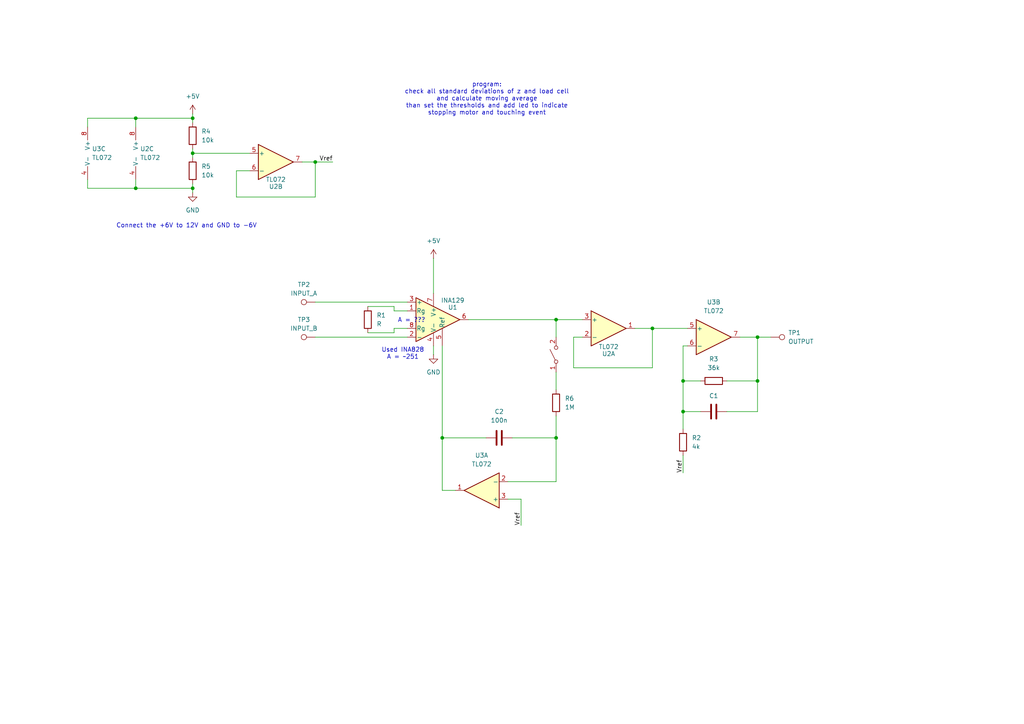
<source format=kicad_sch>
(kicad_sch (version 20250114) (generator "eeschema") (generator_version "9.0")
  (paper "A4")
  (lib_symbols
    (symbol "Amplifier_Instrumentation:INA129" (pin_names (offset 0.127))
      (property "Reference" "U" (at 3.81 3.175 0))
      (property "Value" "INA129" (at 3.81 -3.175 0))
      (symbol "INA129_0_1"
        (polyline (pts (xy 7.62 0) (xy -5.08 6.35) (xy -5.08 -6.35) (xy 7.62 0)) (stroke (width 0.254)) (fill (type background)))
      )
      (symbol "INA129_1_1"
        (pin input line (at -7.62 5.08 0) (length 2.54) (name "+") (number "3"))
        (pin passive line (at -7.62 2.54 0) (length 2.54) (name "Rg") (number "1"))
        (pin passive line (at -7.62 -2.54 0) (length 2.54) (name "Rg") (number "8"))
        (pin input line (at -7.62 -5.08 0) (length 2.54) (name "-") (number "2"))
        (pin power_in line (at 0 7.62 270) (length 3.81) (name "V+") (number "7"))
        (pin power_in line (at 0 -7.62 90) (length 3.81) (name "V-") (number "4"))
        (pin input line (at 2.54 -7.62 90) (length 5.08) (name "Ref") (number "5"))
        (pin output line (at 10.16 0 180) (length 2.54) (name "~") (number "6"))
      )
    )
    (symbol "Amplifier_Operational:TL072" (pin_names (offset 0.127))
      (property "Reference" "U" (at 0 5.08 0))
      (property "Value" "TL072" (at 0 -5.08 0))
      (symbol "TL072_1_1"
        (polyline (pts (xy -5.08 5.08) (xy 5.08 0) (xy -5.08 -5.08) (xy -5.08 5.08)) (stroke (width 0.254)) (fill (type background)))
        (pin input line (at -7.62 2.54 0) (length 2.54) (name "+") (number "3"))
        (pin input line (at -7.62 -2.54 0) (length 2.54) (name "-") (number "2"))
        (pin output line (at 7.62 0 180) (length 2.54) (name "~") (number "1"))
      )
      (symbol "TL072_2_1"
        (polyline (pts (xy -5.08 5.08) (xy 5.08 0) (xy -5.08 -5.08) (xy -5.08 5.08)) (stroke (width 0.254)) (fill (type background)))
        (pin input line (at -7.62 2.54 0) (length 2.54) (name "+") (number "5"))
        (pin input line (at -7.62 -2.54 0) (length 2.54) (name "-") (number "6"))
        (pin output line (at 7.62 0 180) (length 2.54) (name "~") (number "7"))
      )
      (symbol "TL072_3_1"
        (pin power_in line (at -2.54 7.62 270) (length 3.81) (name "V+") (number "8"))
        (pin power_in line (at -2.54 -7.62 90) (length 3.81) (name "V-") (number "4"))
      )
    )
    (symbol "Connector:TestPoint" (pin_numbers (hide yes)) (pin_names (offset 0.762) (hide yes))
      (property "Reference" "TP" (at 0 6.858 0))
      (property "Value" "TestPoint" (at 0 5.08 0))
      (symbol "TestPoint_0_1"
        (circle (center 0 3.302) (radius 0.762))
      )
      (symbol "TestPoint_1_1"
        (pin passive line (at 0 0 90) (length 2.54) (name "1") (number "1"))
      )
    )
    (symbol "Device:C" (pin_numbers (hide yes)) (pin_names (offset 0.254))
      (property "Reference" "C" (at 0.635 2.54 0))
      (property "Value" "C" (at 0.635 -2.54 0))
      (symbol "C_0_1"
        (polyline (pts (xy -2.032 0.762) (xy 2.032 0.762)) (stroke (width 0.508)))
        (polyline (pts (xy -2.032 -0.762) (xy 2.032 -0.762)) (stroke (width 0.508)))
      )
      (symbol "C_1_1"
        (pin passive line (at 0 3.81 270) (length 2.794) (name "~") (number "1"))
        (pin passive line (at 0 -3.81 90) (length 2.794) (name "~") (number "2"))
      )
    )
    (symbol "Device:R" (pin_numbers (hide yes)) (pin_names (offset 0))
      (property "Reference" "R" (at 2.032 0 90))
      (property "Value" "R" (at 0 0 90))
      (symbol "R_0_1"
        (rectangle (start -1.016 -2.54) (end 1.016 2.54) (stroke (width 0.254)))
      )
      (symbol "R_1_1"
        (pin passive line (at 0 3.81 270) (length 1.27) (name "~") (number "1"))
        (pin passive line (at 0 -3.81 90) (length 1.27) (name "~") (number "2"))
      )
    )
    (symbol "Switch:SW_DPST_x2" (pin_names (offset 0) (hide yes))
      (property "Reference" "SW" (at 0 3.175 0))
      (property "Value" "SW_DPST_x2" (at 0 -2.54 0))
      (symbol "SW_DPST_x2_0_0"
        (circle (center -2.032 0) (radius 0.508))
        (polyline (pts (xy -1.524 0.254) (xy 1.524 1.778)))
        (circle (center 2.032 0) (radius 0.508))
      )
      (symbol "SW_DPST_x2_1_1"
        (pin passive line (at -5.08 0 0) (length 2.54) (name "A") (number "1"))
        (pin passive line (at 5.08 0 180) (length 2.54) (name "B") (number "2"))
      )
      (symbol "SW_DPST_x2_2_1"
        (pin passive line (at -5.08 0 0) (length 2.54) (name "A") (number "3"))
        (pin passive line (at 5.08 0 180) (length 2.54) (name "B") (number "4"))
      )
    )
    (symbol "power:+5V" (power) (pin_numbers (hide yes)) (pin_names (offset 0) (hide yes))
      (property "Value" "+5V" (at 0 3.556 0))
      (symbol "+5V_0_1"
        (polyline (pts (xy -0.762 1.27) (xy 0 2.54)))
        (polyline (pts (xy 0 2.54) (xy 0.762 1.27)))
        (polyline (pts (xy 0 0) (xy 0 2.54)))
      )
      (symbol "+5V_1_1"
        (pin power_in line (at 0 0 90) (length 0) (name "~") (number "1"))
      )
    )
    (symbol "power:GND" (power) (pin_numbers (hide yes)) (pin_names (offset 0) (hide yes))
      (property "Value" "GND" (at 0 -3.81 0))
      (symbol "GND_0_1"
        (polyline (pts (xy 0 0) (xy 0 -1.27) (xy 1.27 -1.27) (xy 0 -2.54) (xy -1.27 -1.27) (xy 0 -1.27)))
      )
      (symbol "GND_1_1"
        (pin power_in line (at 0 0 270) (length 0) (name "~") (number "1"))
      )
    )
  )
  (text "program:\ncheck all standard deviations of z and load cell\nand calculate moving average\nthan set the thresholds and add led to indicate\nstopping motor and touching event" (at 141.224 28.702 0) (effects (font (size 1.27 1.27))))
  (text "A = ???" (at 119.38 92.964 0) (effects (font (size 1.27 1.27))))
  (text "Connect the +6V to 12V and GND to -6V" (at 54.102 65.532 0) (effects (font (size 1.27 1.27))))
  (text "Used INA828\nA = ~251" (at 116.84 102.616 0) (effects (font (size 1.27 1.27))))
  (junction (at 219.71 97.79))
  (junction (at 198.12 119.38))
  (junction (at 39.37 54.61))
  (junction (at 55.88 44.45))
  (junction (at 161.29 127))
  (junction (at 161.29 92.71))
  (junction (at 55.88 34.29))
  (junction (at 219.71 110.49))
  (junction (at 198.12 110.49))
  (junction (at 91.44 46.99))
  (junction (at 189.23 95.25))
  (junction (at 55.88 54.61))
  (junction (at 39.37 34.29))
  (junction (at 128.27 127))
  (wire (pts (xy 147.32 139.7) (xy 161.29 139.7)))
  (wire (pts (xy 128.27 100.33) (xy 128.27 127)))
  (wire (pts (xy 55.88 34.29) (xy 55.88 35.56)))
  (wire (pts (xy 161.29 92.71) (xy 161.29 97.79)))
  (wire (pts (xy 189.23 95.25) (xy 199.39 95.25)))
  (wire (pts (xy 55.88 44.45) (xy 55.88 45.72)))
  (wire (pts (xy 198.12 119.38) (xy 198.12 110.49)))
  (wire (pts (xy 91.44 87.63) (xy 118.11 87.63)))
  (wire (pts (xy 161.29 107.95) (xy 161.29 113.03)))
  (wire (pts (xy 118.11 95.25) (xy 114.3 95.25)))
  (wire (pts (xy 39.37 36.83) (xy 39.37 34.29)))
  (wire (pts (xy 189.23 106.68) (xy 189.23 95.25)))
  (wire (pts (xy 198.12 100.33) (xy 199.39 100.33)))
  (wire (pts (xy 68.58 49.53) (xy 68.58 57.15)))
  (wire (pts (xy 166.37 97.79) (xy 166.37 106.68)))
  (wire (pts (xy 161.29 120.65) (xy 161.29 127)))
  (wire (pts (xy 72.39 49.53) (xy 68.58 49.53)))
  (wire (pts (xy 168.91 97.79) (xy 166.37 97.79)))
  (wire (pts (xy 148.59 127) (xy 161.29 127)))
  (wire (pts (xy 55.88 54.61) (xy 55.88 55.88)))
  (wire (pts (xy 151.13 144.78) (xy 151.13 152.4)))
  (wire (pts (xy 161.29 92.71) (xy 168.91 92.71)))
  (wire (pts (xy 198.12 132.08) (xy 198.12 137.16)))
  (wire (pts (xy 198.12 119.38) (xy 203.2 119.38)))
  (wire (pts (xy 68.58 57.15) (xy 91.44 57.15)))
  (wire (pts (xy 161.29 127) (xy 161.29 139.7)))
  (wire (pts (xy 189.23 95.25) (xy 184.15 95.25)))
  (wire (pts (xy 219.71 97.79) (xy 214.63 97.79)))
  (wire (pts (xy 55.88 53.34) (xy 55.88 54.61)))
  (wire (pts (xy 87.63 46.99) (xy 91.44 46.99)))
  (wire (pts (xy 39.37 54.61) (xy 55.88 54.61)))
  (wire (pts (xy 114.3 95.25) (xy 114.3 96.52)))
  (wire (pts (xy 55.88 43.18) (xy 55.88 44.45)))
  (wire (pts (xy 166.37 106.68) (xy 189.23 106.68)))
  (wire (pts (xy 114.3 88.9) (xy 114.3 90.17)))
  (wire (pts (xy 132.08 142.24) (xy 128.27 142.24)))
  (wire (pts (xy 55.88 44.45) (xy 72.39 44.45)))
  (wire (pts (xy 25.4 52.07) (xy 25.4 54.61)))
  (wire (pts (xy 55.88 33.02) (xy 55.88 34.29)))
  (wire (pts (xy 198.12 110.49) (xy 198.12 100.33)))
  (wire (pts (xy 39.37 34.29) (xy 55.88 34.29)))
  (wire (pts (xy 91.44 46.99) (xy 96.52 46.99)))
  (wire (pts (xy 219.71 110.49) (xy 219.71 97.79)))
  (wire (pts (xy 114.3 96.52) (xy 106.68 96.52)))
  (wire (pts (xy 25.4 36.83) (xy 25.4 34.29)))
  (wire (pts (xy 91.44 57.15) (xy 91.44 46.99)))
  (wire (pts (xy 210.82 119.38) (xy 219.71 119.38)))
  (wire (pts (xy 198.12 110.49) (xy 203.2 110.49)))
  (wire (pts (xy 128.27 127) (xy 128.27 142.24)))
  (wire (pts (xy 147.32 144.78) (xy 151.13 144.78)))
  (wire (pts (xy 25.4 34.29) (xy 39.37 34.29)))
  (wire (pts (xy 106.68 88.9) (xy 114.3 88.9)))
  (wire (pts (xy 125.73 74.93) (xy 125.73 85.09)))
  (wire (pts (xy 39.37 52.07) (xy 39.37 54.61)))
  (wire (pts (xy 198.12 124.46) (xy 198.12 119.38)))
  (wire (pts (xy 210.82 110.49) (xy 219.71 110.49)))
  (wire (pts (xy 135.89 92.71) (xy 161.29 92.71)))
  (wire (pts (xy 219.71 97.79) (xy 223.52 97.79)))
  (wire (pts (xy 91.44 97.79) (xy 118.11 97.79)))
  (wire (pts (xy 25.4 54.61) (xy 39.37 54.61)))
  (wire (pts (xy 219.71 119.38) (xy 219.71 110.49)))
  (wire (pts (xy 125.73 100.33) (xy 125.73 102.87)))
  (wire (pts (xy 114.3 90.17) (xy 118.11 90.17)))
  (wire (pts (xy 128.27 127) (xy 140.97 127)))
  (label "Vref" (at 198.12 137.16 90))
  (label "Vref" (at 96.52 46.99 180))
  (label "Vref" (at 151.13 152.4 90))
  (symbol (lib_id "Device:R") (at 207.01 110.49 90) (unit 1)
    (property "Reference" "R3" (at 207.01 104.14 90))
    (property "Value" "36k" (at 207.01 106.68 90))
    (property "Description" "Resistor" (effects (hide yes)))
  )
  (symbol (lib_id "Amplifier_Operational:TL072") (at 27.94 44.45 0) (unit 3)
    (property "Reference" "U3" (at 26.67 43.1799 0) (effects (justify left)))
    (property "Value" "TL072" (at 26.67 45.7199 0) (effects (justify left)))
    (property "Datasheet" "http://www.ti.com/lit/ds/symlink/tl071.pdf" (effects (hide yes)))
    (property "Description" "Dual Low-Noise JFET-Input Operational Amplifiers, DIP-8/SOIC-8" (effects (hide yes)))
  )
  (symbol (lib_id "Amplifier_Instrumentation:INA129") (at 125.73 92.71 0) (unit 1)
    (property "Reference" "U1" (at 131.318 89.154 0))
    (property "Value" "INA129" (at 131.318 87.122 0))
    (property "Datasheet" "http://www.ti.com/lit/ds/symlink/ina128.pdf" (effects (hide yes)))
    (property "Description" "Precision, Low Power Instrumentation Amplifier G = 1 + 49.4kOhm/Rg, DIP-8/SOIC-8" (effects (hide yes)))
  )
  (symbol (lib_id "Amplifier_Operational:TL072") (at 176.53 95.25 0) (unit 1)
    (property "Reference" "U2" (at 176.53 102.616 0))
    (property "Value" "TL072" (at 176.53 100.584 0))
    (property "Datasheet" "http://www.ti.com/lit/ds/symlink/tl071.pdf" (effects (hide yes)))
    (property "Description" "Dual Low-Noise JFET-Input Operational Amplifiers, DIP-8/SOIC-8" (effects (hide yes)))
  )
  (symbol (lib_id "Connector:TestPoint") (at 91.44 97.79 90) (unit 1)
    (property "Reference" "TP3" (at 88.138 92.71 90))
    (property "Value" "INPUT_B" (at 88.138 95.25 90))
    (property "Description" "test point" (effects (hide yes)))
  )
  (symbol (lib_id "Amplifier_Operational:TL072") (at 207.01 97.79 0) (unit 2)
    (property "Reference" "U3" (at 207.01 87.63 0))
    (property "Value" "TL072" (at 207.01 90.17 0))
    (property "Datasheet" "http://www.ti.com/lit/ds/symlink/tl071.pdf" (effects (hide yes)))
    (property "Description" "Dual Low-Noise JFET-Input Operational Amplifiers, DIP-8/SOIC-8" (effects (hide yes)))
  )
  (symbol (lib_id "Device:C") (at 144.78 127 90) (unit 1)
    (property "Reference" "C2" (at 144.78 119.38 90))
    (property "Value" "100n" (at 144.78 121.92 90))
    (property "Description" "Unpolarized capacitor" (effects (hide yes)))
  )
  (symbol (lib_id "power:GND") (at 55.88 55.88 0) (unit 1)
    (property "Reference" "#PWR05" (effects (hide yes)))
    (property "Value" "GND" (at 55.88 60.96 0))
    (property "Description" "Power symbol creates a global label with name \"GND\" , ground" (effects (hide yes)))
  )
  (symbol (lib_id "Device:R") (at 161.29 116.84 0) (unit 1)
    (property "Reference" "R6" (at 163.83 115.5699 0) (effects (justify left)))
    (property "Value" "1M" (at 163.83 118.1099 0) (effects (justify left)))
    (property "Description" "Resistor" (effects (hide yes)))
  )
  (symbol (lib_id "Amplifier_Operational:TL072") (at 41.91 44.45 0) (unit 3)
    (property "Reference" "U2" (at 40.64 43.1799 0) (effects (justify left)))
    (property "Value" "TL072" (at 40.64 45.7199 0) (effects (justify left)))
    (property "Datasheet" "http://www.ti.com/lit/ds/symlink/tl071.pdf" (effects (hide yes)))
    (property "Description" "Dual Low-Noise JFET-Input Operational Amplifiers, DIP-8/SOIC-8" (effects (hide yes)))
  )
  (symbol (lib_id "Device:R") (at 55.88 49.53 180) (unit 1)
    (property "Reference" "R5" (at 58.42 48.2599 0) (effects (justify right)))
    (property "Value" "10k" (at 58.42 50.7999 0) (effects (justify right)))
    (property "Description" "Resistor" (effects (hide yes)))
  )
  (symbol (lib_id "Device:R") (at 106.68 92.71 0) (unit 1)
    (property "Reference" "R1" (at 109.22 91.4399 0) (effects (justify left)))
    (property "Value" "R" (at 109.22 93.9799 0) (effects (justify left)))
    (property "Description" "Resistor" (effects (hide yes)))
  )
  (symbol (lib_id "Connector:TestPoint") (at 223.52 97.79 270) (unit 1)
    (property "Reference" "TP1" (at 228.6 96.5199 90) (effects (justify left)))
    (property "Value" "OUTPUT" (at 228.6 99.0599 90) (effects (justify left)))
    (property "Description" "test point" (effects (hide yes)))
  )
  (symbol (lib_id "Device:R") (at 55.88 39.37 180) (unit 1)
    (property "Reference" "R4" (at 58.42 38.0999 0) (effects (justify right)))
    (property "Value" "10k" (at 58.42 40.6399 0) (effects (justify right)))
    (property "Description" "Resistor" (effects (hide yes)))
  )
  (symbol (lib_id "Device:R") (at 198.12 128.27 180) (unit 1)
    (property "Reference" "R2" (at 200.66 126.9999 0) (effects (justify right)))
    (property "Value" "4k" (at 200.66 129.5399 0) (effects (justify right)))
    (property "Description" "Resistor" (effects (hide yes)))
  )
  (symbol (lib_id "Amplifier_Operational:TL072") (at 80.01 46.99 0) (unit 2)
    (property "Reference" "U2" (at 80.01 54.102 0))
    (property "Value" "TL072" (at 80.01 52.07 0))
    (property "Datasheet" "http://www.ti.com/lit/ds/symlink/tl071.pdf" (effects (hide yes)))
    (property "Description" "Dual Low-Noise JFET-Input Operational Amplifiers, DIP-8/SOIC-8" (effects (hide yes)))
  )
  (symbol (lib_id "Amplifier_Operational:TL072") (at 139.7 142.24 180) (unit 1)
    (property "Reference" "U3" (at 139.7 132.08 0))
    (property "Value" "TL072" (at 139.7 134.62 0))
    (property "Datasheet" "http://www.ti.com/lit/ds/symlink/tl071.pdf" (effects (hide yes)))
    (property "Description" "Dual Low-Noise JFET-Input Operational Amplifiers, DIP-8/SOIC-8" (effects (hide yes)))
  )
  (symbol (lib_id "power:GND") (at 125.73 102.87 0) (unit 1)
    (property "Reference" "#PWR06" (effects (hide yes)))
    (property "Value" "GND" (at 125.73 107.95 0))
    (property "Description" "Power symbol creates a global label with name \"GND\" , ground" (effects (hide yes)))
  )
  (symbol (lib_id "power:+5V") (at 55.88 33.02 0) (unit 1)
    (property "Reference" "#PWR02" (effects (hide yes)))
    (property "Value" "+5V" (at 55.88 27.94 0))
    (property "Description" "Power symbol creates a global label with name \"+5V\"" (effects (hide yes)))
  )
  (symbol (lib_id "Switch:SW_DPST_x2") (at 161.29 102.87 90) (unit 1)
    (property "Reference" "SW1" (effects (hide yes)))
    (property "Value" "SW_DPST_x2" (effects (hide yes)))
    (property "Description" "Single Pole Single Throw (SPST) switch, separate symbol" (effects (hide yes)))
  )
  (symbol (lib_id "power:+5V") (at 125.73 74.93 0) (unit 1)
    (property "Reference" "#PWR03" (effects (hide yes)))
    (property "Value" "+5V" (at 125.73 69.85 0))
    (property "Description" "Power symbol creates a global label with name \"+5V\"" (effects (hide yes)))
  )
  (symbol (lib_id "Device:C") (at 207.01 119.38 90) (unit 1)
    (property "Reference" "C1" (at 207.01 114.808 90))
    (property "Value" "200n" (effects (hide yes)))
    (property "Description" "Unpolarized capacitor" (effects (hide yes)))
  )
  (symbol (lib_id "Connector:TestPoint") (at 91.44 87.63 90) (unit 1)
    (property "Reference" "TP2" (at 88.138 82.55 90))
    (property "Value" "INPUT_A" (at 88.138 85.09 90))
    (property "Description" "test point" (effects (hide yes)))
  )
)
</source>
